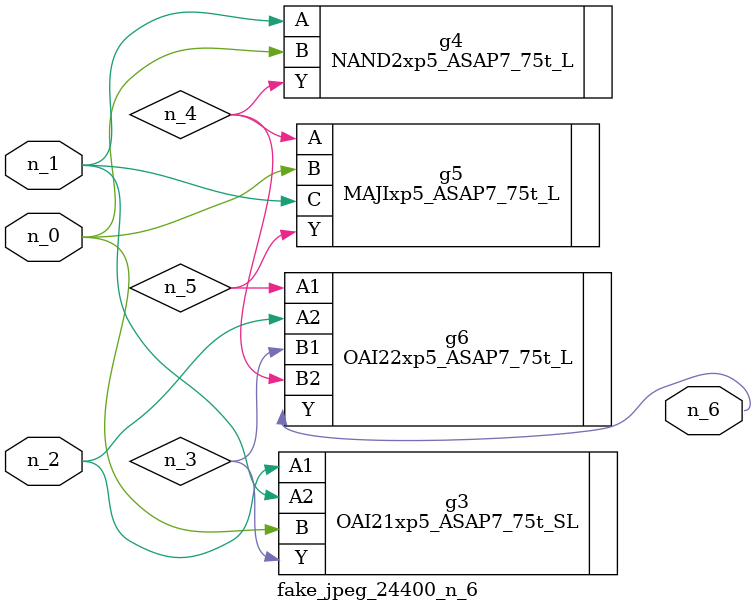
<source format=v>
module fake_jpeg_24400_n_6 (n_0, n_2, n_1, n_6);

input n_0;
input n_2;
input n_1;

output n_6;

wire n_3;
wire n_4;
wire n_5;

OAI21xp5_ASAP7_75t_SL g3 ( 
.A1(n_2),
.A2(n_1),
.B(n_0),
.Y(n_3)
);

NAND2xp5_ASAP7_75t_L g4 ( 
.A(n_1),
.B(n_0),
.Y(n_4)
);

MAJIxp5_ASAP7_75t_L g5 ( 
.A(n_4),
.B(n_0),
.C(n_1),
.Y(n_5)
);

OAI22xp5_ASAP7_75t_L g6 ( 
.A1(n_5),
.A2(n_2),
.B1(n_3),
.B2(n_4),
.Y(n_6)
);


endmodule
</source>
